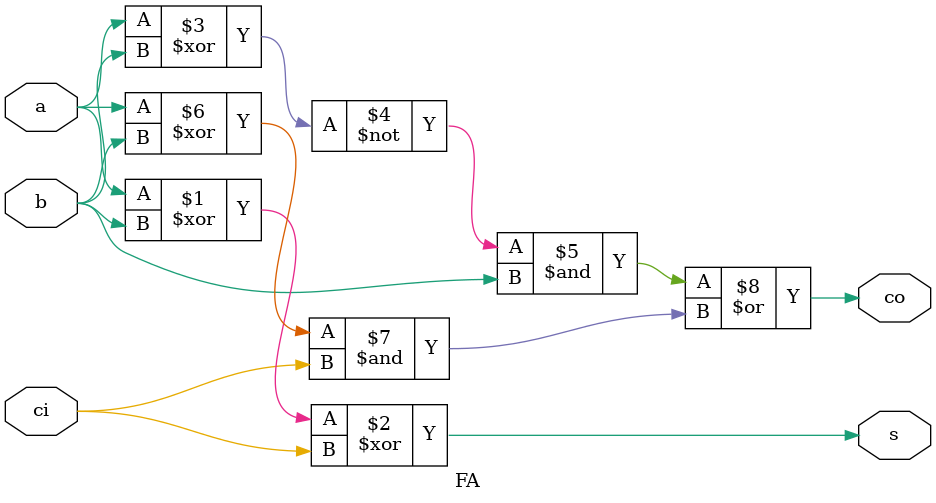
<source format=sv>
`timescale 1ns / 1ns // `timescale time_unit/time_precision

module part2(A, B, Function, ALUout);
	input logic [3:0] A, B;
	input logic [1:0] Function;
	output logic [7:0] ALUout; 
	wire [3:0] ripple_sum_4;
	wire [3:0] carry_out; 
	
	ripple_adder_4 function_1(.a(A), .b(B), .c_in(0), .s(ripple_sum_4[3:0]), .c_out(carry_out[3:0]));
	// instantiate the ripple adder for case 0 ?
	always_comb
	begin 
		case(Function)
			0: ALUout = {3'b000, carry_out[3] ,ripple_sum_4[3:0]};
			1: ALUout = {7'b0000000, |{A , B}};
			2: ALUout = {7'b0000000, &{A , B}};
			3: ALUout = {A[3:0] , B[3:0]};
			default: ALUout = 8'b11111111;
		endcase
	end
endmodule 

module ripple_adder_4(input logic [3:0] a, b, input logic c_in,
             output logic [3:0] s, c_out);

	 
	FA u0(c_in, a[0], b[0], s[0], c_out[0]);
	FA u1(c_out[0], a[1], b[1], s[1], c_out[1]);
	FA u2(c_out[1], a[2], b[2], s[2], c_out[2]);
	FA u3(c_out[2], a[3], b[3], s[3], c_out[3]);
	
endmodule

module FA(input logic ci, a, b, 
		  output logic s, co);
		  
			assign s = (a ^ b) ^ ci;
			assign co = ~(a ^ b) & b | (a ^ b) & ci;
endmodule 
</source>
